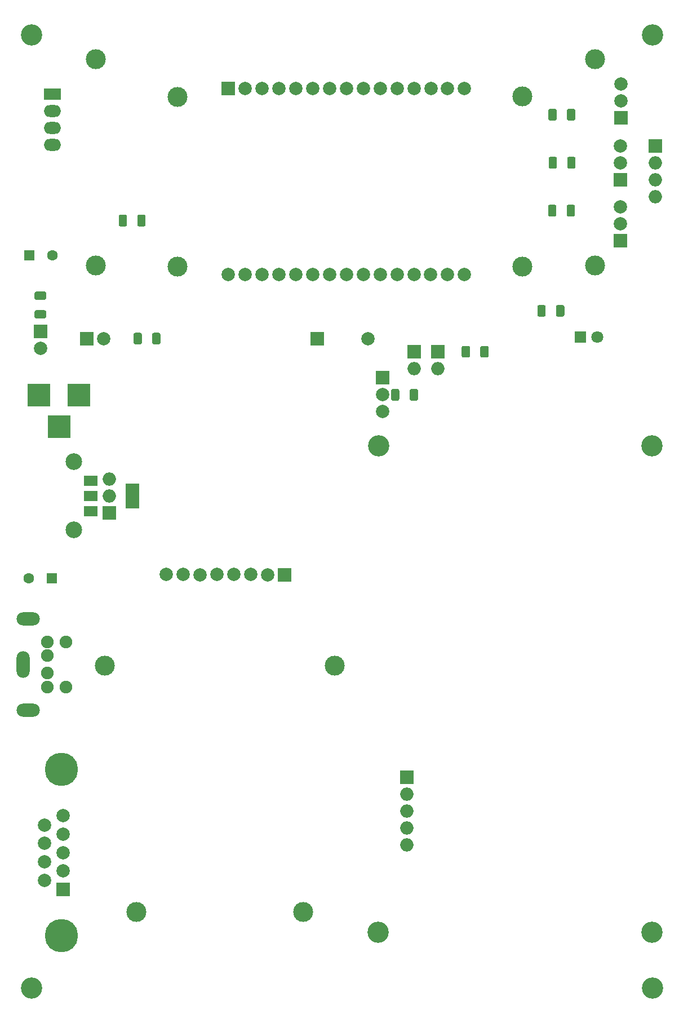
<source format=gbr>
G04 #@! TF.GenerationSoftware,KiCad,Pcbnew,5.1.8-db9833491~88~ubuntu18.04.1*
G04 #@! TF.CreationDate,2020-12-10T12:47:45+05:30*
G04 #@! TF.ProjectId,Permitme_main _sub_V1,5065726d-6974-46d6-955f-6d61696e205f,rev?*
G04 #@! TF.SameCoordinates,Original*
G04 #@! TF.FileFunction,Soldermask,Bot*
G04 #@! TF.FilePolarity,Negative*
%FSLAX46Y46*%
G04 Gerber Fmt 4.6, Leading zero omitted, Abs format (unit mm)*
G04 Created by KiCad (PCBNEW 5.1.8-db9833491~88~ubuntu18.04.1) date 2020-12-10 12:47:45*
%MOMM*%
%LPD*%
G01*
G04 APERTURE LIST*
%ADD10R,2.000000X2.000000*%
%ADD11O,2.000000X2.000000*%
%ADD12C,2.000000*%
%ADD13R,1.800000X1.800000*%
%ADD14C,1.800000*%
%ADD15C,3.200000*%
%ADD16O,3.500000X2.000000*%
%ADD17C,1.900000*%
%ADD18O,2.000000X4.000000*%
%ADD19C,1.600000*%
%ADD20R,1.600000X1.600000*%
%ADD21C,5.000000*%
%ADD22O,2.600000X1.800000*%
%ADD23C,3.000000*%
%ADD24R,2.600000X1.800000*%
%ADD25C,2.500000*%
%ADD26R,2.000000X3.800000*%
%ADD27R,2.000000X1.500000*%
%ADD28R,3.500000X3.500000*%
G04 APERTURE END LIST*
G36*
G01*
X117295000Y-42715000D02*
X117295000Y-41465000D01*
G75*
G02*
X117545000Y-41215000I250000J0D01*
G01*
X118295000Y-41215000D01*
G75*
G02*
X118545000Y-41465000I0J-250000D01*
G01*
X118545000Y-42715000D01*
G75*
G02*
X118295000Y-42965000I-250000J0D01*
G01*
X117545000Y-42965000D01*
G75*
G02*
X117295000Y-42715000I0J250000D01*
G01*
G37*
G36*
G01*
X120095000Y-42715000D02*
X120095000Y-41465000D01*
G75*
G02*
X120345000Y-41215000I250000J0D01*
G01*
X121095000Y-41215000D01*
G75*
G02*
X121345000Y-41465000I0J-250000D01*
G01*
X121345000Y-42715000D01*
G75*
G02*
X121095000Y-42965000I-250000J0D01*
G01*
X120345000Y-42965000D01*
G75*
G02*
X120095000Y-42715000I0J250000D01*
G01*
G37*
D10*
X51330000Y-94710000D03*
D11*
X51330000Y-92170000D03*
X51330000Y-89630000D03*
D12*
X50420000Y-68510000D03*
D10*
X47880000Y-68510000D03*
D13*
X122080000Y-68260000D03*
D14*
X124620000Y-68260000D03*
D10*
X128130000Y-35350000D03*
D12*
X128130000Y-30270000D03*
X128130000Y-32810000D03*
D15*
X39650000Y-166060000D03*
D10*
X82520000Y-68530000D03*
D12*
X90120000Y-68530000D03*
X92380000Y-76950000D03*
X92380000Y-79490000D03*
D10*
X92380000Y-74410000D03*
D16*
X39100000Y-110610000D03*
X39100000Y-124310000D03*
D17*
X41950000Y-118760000D03*
X41950000Y-116160000D03*
X41950000Y-120860000D03*
X41950000Y-114060000D03*
X44750000Y-120860000D03*
X44750000Y-114060000D03*
D18*
X38300000Y-117460000D03*
D15*
X91700000Y-157670000D03*
D19*
X39150000Y-104510000D03*
D20*
X42650000Y-104510000D03*
D15*
X132820000Y-157670000D03*
X132810000Y-84580000D03*
X132890000Y-166060000D03*
D10*
X44380000Y-151260000D03*
D12*
X44380000Y-148490000D03*
X44380000Y-145720000D03*
X44380000Y-142950000D03*
X44380000Y-140180000D03*
X41540000Y-149875000D03*
X41540000Y-147105000D03*
X41540000Y-144335000D03*
X41540000Y-141565000D03*
D21*
X44080000Y-133220000D03*
X44080000Y-158220000D03*
D11*
X100690000Y-73030000D03*
D10*
X100690000Y-70490000D03*
D15*
X91730000Y-84580000D03*
G36*
G01*
X94875000Y-76335000D02*
X94875000Y-77585000D01*
G75*
G02*
X94625000Y-77835000I-250000J0D01*
G01*
X93875000Y-77835000D01*
G75*
G02*
X93625000Y-77585000I0J250000D01*
G01*
X93625000Y-76335000D01*
G75*
G02*
X93875000Y-76085000I250000J0D01*
G01*
X94625000Y-76085000D01*
G75*
G02*
X94875000Y-76335000I0J-250000D01*
G01*
G37*
G36*
G01*
X97675000Y-76335000D02*
X97675000Y-77585000D01*
G75*
G02*
X97425000Y-77835000I-250000J0D01*
G01*
X96675000Y-77835000D01*
G75*
G02*
X96425000Y-77585000I0J250000D01*
G01*
X96425000Y-76335000D01*
G75*
G02*
X96675000Y-76085000I250000J0D01*
G01*
X97425000Y-76085000D01*
G75*
G02*
X97675000Y-76335000I0J-250000D01*
G01*
G37*
D20*
X39230000Y-55980000D03*
D19*
X42730000Y-55980000D03*
D22*
X42730000Y-39380000D03*
X42720000Y-36840000D03*
X42720000Y-34300000D03*
D23*
X124240000Y-26500000D03*
X124239480Y-57500700D03*
X49240900Y-57500700D03*
X49240900Y-26500000D03*
D24*
X42730000Y-31750000D03*
G36*
G01*
X115615000Y-64965000D02*
X115615000Y-63715000D01*
G75*
G02*
X115865000Y-63465000I250000J0D01*
G01*
X116615000Y-63465000D01*
G75*
G02*
X116865000Y-63715000I0J-250000D01*
G01*
X116865000Y-64965000D01*
G75*
G02*
X116615000Y-65215000I-250000J0D01*
G01*
X115865000Y-65215000D01*
G75*
G02*
X115615000Y-64965000I0J250000D01*
G01*
G37*
G36*
G01*
X118415000Y-64965000D02*
X118415000Y-63715000D01*
G75*
G02*
X118665000Y-63465000I250000J0D01*
G01*
X119415000Y-63465000D01*
G75*
G02*
X119665000Y-63715000I0J-250000D01*
G01*
X119665000Y-64965000D01*
G75*
G02*
X119415000Y-65215000I-250000J0D01*
G01*
X118665000Y-65215000D01*
G75*
G02*
X118415000Y-64965000I0J250000D01*
G01*
G37*
D10*
X133330000Y-39560000D03*
D11*
X133330000Y-42100000D03*
X133330000Y-44640000D03*
X133330000Y-47180000D03*
D10*
X96040000Y-134416000D03*
D11*
X96040000Y-136956000D03*
X96040000Y-139496000D03*
X96040000Y-142036000D03*
X96040000Y-144576000D03*
G36*
G01*
X55495000Y-51405000D02*
X55495000Y-50155000D01*
G75*
G02*
X55745000Y-49905000I250000J0D01*
G01*
X56495000Y-49905000D01*
G75*
G02*
X56745000Y-50155000I0J-250000D01*
G01*
X56745000Y-51405000D01*
G75*
G02*
X56495000Y-51655000I-250000J0D01*
G01*
X55745000Y-51655000D01*
G75*
G02*
X55495000Y-51405000I0J250000D01*
G01*
G37*
G36*
G01*
X52695000Y-51405000D02*
X52695000Y-50155000D01*
G75*
G02*
X52945000Y-49905000I250000J0D01*
G01*
X53695000Y-49905000D01*
G75*
G02*
X53945000Y-50155000I0J-250000D01*
G01*
X53945000Y-51405000D01*
G75*
G02*
X53695000Y-51655000I-250000J0D01*
G01*
X52945000Y-51655000D01*
G75*
G02*
X52695000Y-51405000I0J250000D01*
G01*
G37*
G36*
G01*
X107035000Y-71115000D02*
X107035000Y-69865000D01*
G75*
G02*
X107285000Y-69615000I250000J0D01*
G01*
X108035000Y-69615000D01*
G75*
G02*
X108285000Y-69865000I0J-250000D01*
G01*
X108285000Y-71115000D01*
G75*
G02*
X108035000Y-71365000I-250000J0D01*
G01*
X107285000Y-71365000D01*
G75*
G02*
X107035000Y-71115000I0J250000D01*
G01*
G37*
G36*
G01*
X104235000Y-71115000D02*
X104235000Y-69865000D01*
G75*
G02*
X104485000Y-69615000I250000J0D01*
G01*
X105235000Y-69615000D01*
G75*
G02*
X105485000Y-69865000I0J-250000D01*
G01*
X105485000Y-71115000D01*
G75*
G02*
X105235000Y-71365000I-250000J0D01*
G01*
X104485000Y-71365000D01*
G75*
G02*
X104235000Y-71115000I0J250000D01*
G01*
G37*
D25*
X45932000Y-97200000D03*
X45952000Y-87010000D03*
D23*
X80390000Y-154660000D03*
X55390000Y-154660000D03*
X50640000Y-117660000D03*
X85140000Y-117660000D03*
D10*
X77650000Y-103970000D03*
D12*
X75110000Y-103970000D03*
X72580000Y-103960000D03*
X70020000Y-103940000D03*
X67480000Y-103940000D03*
X64960000Y-103970000D03*
X62420000Y-103960000D03*
X59880000Y-103960000D03*
D26*
X54760000Y-92180000D03*
D27*
X48460000Y-92180000D03*
X48460000Y-89880000D03*
X48460000Y-94480000D03*
D10*
X97060000Y-70490000D03*
D11*
X97060000Y-73030000D03*
D15*
X39640000Y-22860000D03*
D10*
X69160000Y-30940000D03*
D12*
X71700000Y-30940000D03*
X74230000Y-30940000D03*
X76780000Y-30940000D03*
X79320000Y-30935000D03*
X81860000Y-30910000D03*
X84410000Y-30910000D03*
X86940000Y-30910000D03*
X89485000Y-30910000D03*
X92010000Y-30910000D03*
X94560000Y-30910000D03*
X97085000Y-30910000D03*
X99610000Y-30910000D03*
X102135000Y-30910000D03*
X104660000Y-30910000D03*
X71675000Y-58915000D03*
X74205000Y-58915000D03*
X69135000Y-58915000D03*
X76755000Y-58915000D03*
X79295000Y-58910000D03*
X81835000Y-58885000D03*
X84385000Y-58885000D03*
X86915000Y-58885000D03*
X89460000Y-58885000D03*
X91985000Y-58885000D03*
X94535000Y-58885000D03*
X97060000Y-58885000D03*
X99585000Y-58885000D03*
X102110000Y-58885000D03*
X104635000Y-58885000D03*
D23*
X61520000Y-32210000D03*
X61520000Y-57710000D03*
X113370000Y-57710000D03*
X113370000Y-32160000D03*
D12*
X128120000Y-42090000D03*
X128120000Y-39550000D03*
D10*
X128120000Y-44630000D03*
X128120000Y-53830000D03*
D12*
X128120000Y-48750000D03*
X128120000Y-51290000D03*
G36*
G01*
X56185000Y-67885000D02*
X56185000Y-69135000D01*
G75*
G02*
X55935000Y-69385000I-250000J0D01*
G01*
X55185000Y-69385000D01*
G75*
G02*
X54935000Y-69135000I0J250000D01*
G01*
X54935000Y-67885000D01*
G75*
G02*
X55185000Y-67635000I250000J0D01*
G01*
X55935000Y-67635000D01*
G75*
G02*
X56185000Y-67885000I0J-250000D01*
G01*
G37*
G36*
G01*
X58985000Y-67885000D02*
X58985000Y-69135000D01*
G75*
G02*
X58735000Y-69385000I-250000J0D01*
G01*
X57985000Y-69385000D01*
G75*
G02*
X57735000Y-69135000I0J250000D01*
G01*
X57735000Y-67885000D01*
G75*
G02*
X57985000Y-67635000I250000J0D01*
G01*
X58735000Y-67635000D01*
G75*
G02*
X58985000Y-67885000I0J-250000D01*
G01*
G37*
G36*
G01*
X117215000Y-49915000D02*
X117215000Y-48665000D01*
G75*
G02*
X117465000Y-48415000I250000J0D01*
G01*
X118215000Y-48415000D01*
G75*
G02*
X118465000Y-48665000I0J-250000D01*
G01*
X118465000Y-49915000D01*
G75*
G02*
X118215000Y-50165000I-250000J0D01*
G01*
X117465000Y-50165000D01*
G75*
G02*
X117215000Y-49915000I0J250000D01*
G01*
G37*
G36*
G01*
X120015000Y-49915000D02*
X120015000Y-48665000D01*
G75*
G02*
X120265000Y-48415000I250000J0D01*
G01*
X121015000Y-48415000D01*
G75*
G02*
X121265000Y-48665000I0J-250000D01*
G01*
X121265000Y-49915000D01*
G75*
G02*
X121015000Y-50165000I-250000J0D01*
G01*
X120265000Y-50165000D01*
G75*
G02*
X120015000Y-49915000I0J250000D01*
G01*
G37*
D28*
X46740000Y-77040000D03*
X40740000Y-77040000D03*
X43740000Y-81740000D03*
D15*
X132880000Y-22860000D03*
G36*
G01*
X41555000Y-65495000D02*
X40305000Y-65495000D01*
G75*
G02*
X40055000Y-65245000I0J250000D01*
G01*
X40055000Y-64495000D01*
G75*
G02*
X40305000Y-64245000I250000J0D01*
G01*
X41555000Y-64245000D01*
G75*
G02*
X41805000Y-64495000I0J-250000D01*
G01*
X41805000Y-65245000D01*
G75*
G02*
X41555000Y-65495000I-250000J0D01*
G01*
G37*
G36*
G01*
X41555000Y-62695000D02*
X40305000Y-62695000D01*
G75*
G02*
X40055000Y-62445000I0J250000D01*
G01*
X40055000Y-61695000D01*
G75*
G02*
X40305000Y-61445000I250000J0D01*
G01*
X41555000Y-61445000D01*
G75*
G02*
X41805000Y-61695000I0J-250000D01*
G01*
X41805000Y-62445000D01*
G75*
G02*
X41555000Y-62695000I-250000J0D01*
G01*
G37*
D10*
X40930000Y-67460000D03*
D12*
X40930000Y-70000000D03*
G36*
G01*
X120055000Y-35505000D02*
X120055000Y-34255000D01*
G75*
G02*
X120305000Y-34005000I250000J0D01*
G01*
X121055000Y-34005000D01*
G75*
G02*
X121305000Y-34255000I0J-250000D01*
G01*
X121305000Y-35505000D01*
G75*
G02*
X121055000Y-35755000I-250000J0D01*
G01*
X120305000Y-35755000D01*
G75*
G02*
X120055000Y-35505000I0J250000D01*
G01*
G37*
G36*
G01*
X117255000Y-35505000D02*
X117255000Y-34255000D01*
G75*
G02*
X117505000Y-34005000I250000J0D01*
G01*
X118255000Y-34005000D01*
G75*
G02*
X118505000Y-34255000I0J-250000D01*
G01*
X118505000Y-35505000D01*
G75*
G02*
X118255000Y-35755000I-250000J0D01*
G01*
X117505000Y-35755000D01*
G75*
G02*
X117255000Y-35505000I0J250000D01*
G01*
G37*
M02*

</source>
